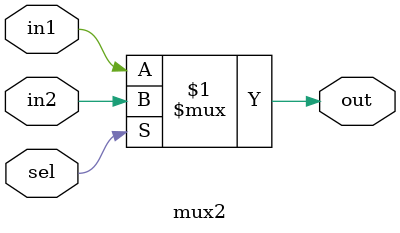
<source format=v>
module csa(
    input [7:0] A,B,
    input Cin0,Cin1,
    output [7:0] S,
    output Cout
    );
    wire [3:0] C,C0,C1,Sum0,Sum1;
    //LSB
    full_adder fa00( .a(A[0]), .b(B[0]), .cin(Cin0), .sum(S[0]), .cout(C[0]) );
    full_adder fa01( .a(A[1]), .b(B[1]), .cin(C[0]), .sum(S[1]), .cout(C[1]) );
    full_adder fa02( .a(A[2]), .b(B[2]), .cin(C[1]), .sum(S[2]), .cout(C[2]) );
    full_adder fa03( .a(A[3]), .b(B[3]), .cin(C[2]), .sum(S[3]), .cout(C[3]) );


    //MSB Cin0
    full_adder fa10( .a(A[4]), .b(B[4]), .cin(Cin0), .sum(Sum0[0]), .cout(C0[0]) );
    full_adder fa11( .a(A[5]), .b(B[5]), .cin(C0[0]), .sum(Sum0[1]), .cout(C0[1]) );
    full_adder fa12( .a(A[6]), .b(B[6]), .cin(C0[1]), .sum(Sum0[2]), .cout(C0[2]) );
    full_adder fa13( .a(A[7]), .b(B[7]), .cin(C0[2]), .sum(Sum0[3]), .cout(C0[3]) );


    //MSB Cin1
    full_adder fa20( .a(A[4]), .b(B[4]), .cin(Cin1), .sum(Sum1[0]), .cout(C1[0]) );
    full_adder fa21( .a(A[5]), .b(B[5]), .cin(C1[0]), .sum(Sum1[1]), .cout(C1[1]) );
    full_adder fa22( .a(A[6]), .b(B[6]), .cin(C1[1]), .sum(Sum1[2]), .cout(C1[2]) );
    full_adder fa23( .a(A[7]), .b(B[7]), .cin(C1[2]), .sum(Sum1[3]), .cout(C1[3]) );

    
    //Mux for Sum
    mux2 sum4( .in1(Sum0[0]) , .in2(Sum1[0]), .sel(C[3]), .out(S[4]) );
    mux2 sum5( .in1(Sum0[1]) , .in2(Sum1[1]), .sel(C[3]), .out(S[5]) );
    mux2 sum6( .in1(Sum0[2]) , .in2(Sum1[2]), .sel(C[3]), .out(S[6]) );
    mux2 sum7( .in1(Sum0[3]) , .in2(Sum1[3]), .sel(C[3]), .out(S[7]) );

    //Mux for Cout
    mux2 carryout( .in1(C0[3]) , .in2(C1[3]), .sel(C[3]), .out(Cout) );
endmodule

module full_adder(
    input a, b, cin,
    output sum,cout
    );

    assign sum = a ^ b ^ cin;
    assign cout = (a & b) | (cin & b) | (a & cin);
endmodule

module mux2(
    input in1,in2,sel,
    output out
    );

    assign out = sel? in2:in1;
endmodule


    
 
</source>
